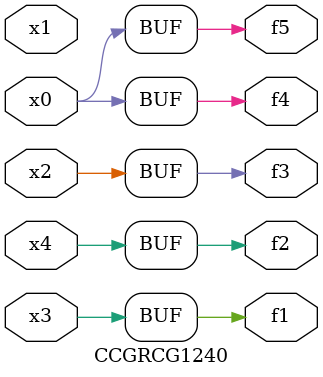
<source format=v>
module CCGRCG1240(
	input x0, x1, x2, x3, x4,
	output f1, f2, f3, f4, f5
);
	assign f1 = x3;
	assign f2 = x4;
	assign f3 = x2;
	assign f4 = x0;
	assign f5 = x0;
endmodule

</source>
